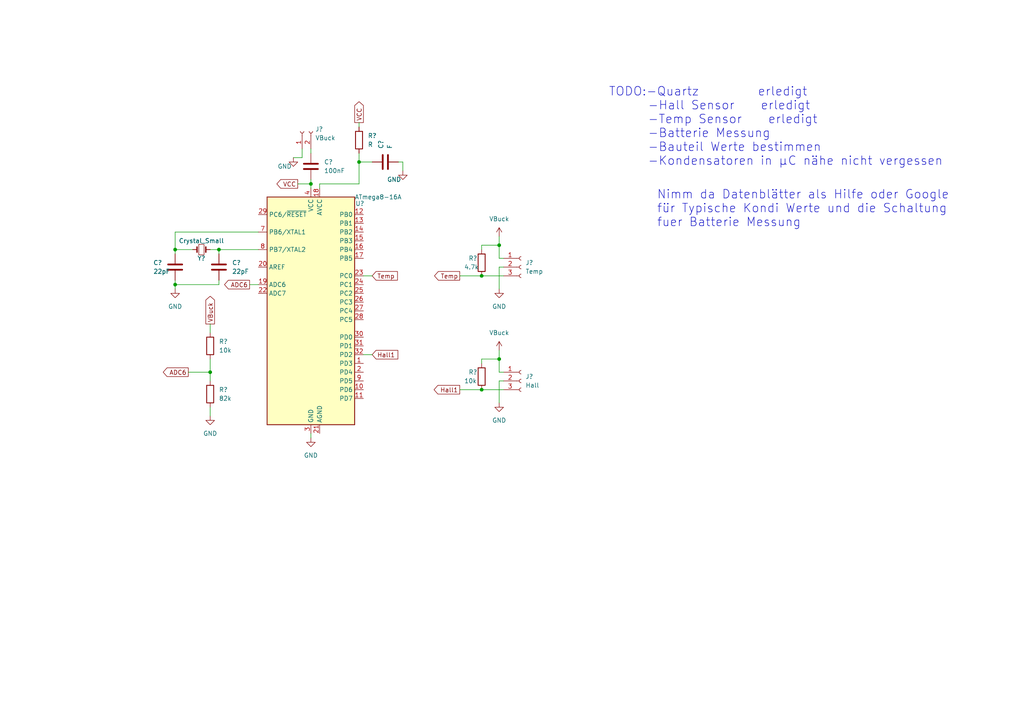
<source format=kicad_sch>
(kicad_sch (version 20211123) (generator eeschema)
  (paper "A4")
  (lib_symbols
    (symbol "Connector:Conn_01x02_Female" (pin_names (offset 1.016) hide)
      (property "Reference" "J" (at 0 2.54 0))
      (property "Value" "Conn_01x02_Female" (at 0 -5.08 0))
      (symbol "Conn_01x02_Female_1_1"
        (arc (start 0 -2.032) (mid -0.508 -2.54) (end 0 -3.048) (stroke (width 0.1524)))
        (polyline (pts (xy -1.27 -2.54) (xy -0.508 -2.54)) (stroke (width 0.1524)))
        (polyline (pts (xy -1.27 0) (xy -0.508 0)) (stroke (width 0.1524)))
        (arc (start 0 0.508) (mid -0.508 0) (end 0 -0.508) (stroke (width 0.1524)))
        (pin passive line (at -5.08 0 0) (length 3.81) (name "Pin_1") (number "1"))
        (pin passive line (at -5.08 -2.54 0) (length 3.81) (name "Pin_2") (number "2"))
      )
    )
    (symbol "Connector:Conn_01x03_Female" (pin_names (offset 1.016) hide)
      (property "Reference" "J" (at 0 5.08 0))
      (property "Value" "Conn_01x03_Female" (at 0 -5.08 0))
      (symbol "Conn_01x03_Female_1_1"
        (arc (start 0 -2.032) (mid -0.508 -2.54) (end 0 -3.048) (stroke (width 0.1524)))
        (polyline (pts (xy -1.27 -2.54) (xy -0.508 -2.54)) (stroke (width 0.1524)))
        (polyline (pts (xy -1.27 0) (xy -0.508 0)) (stroke (width 0.1524)))
        (polyline (pts (xy -1.27 2.54) (xy -0.508 2.54)) (stroke (width 0.1524)))
        (arc (start 0 0.508) (mid -0.508 0) (end 0 -0.508) (stroke (width 0.1524)))
        (arc (start 0 3.048) (mid -0.508 2.54) (end 0 2.032) (stroke (width 0.1524)))
        (pin passive line (at -5.08 2.54 0) (length 3.81) (name "Pin_1") (number "1"))
        (pin passive line (at -5.08 0 0) (length 3.81) (name "Pin_2") (number "2"))
        (pin passive line (at -5.08 -2.54 0) (length 3.81) (name "Pin_3") (number "3"))
      )
    )
    (symbol "Device:C" (pin_numbers hide) (pin_names (offset 0.254))
      (property "Reference" "C" (at 0.635 2.54 0))
      (property "Value" "C" (at 0.635 -2.54 0))
      (symbol "C_0_1"
        (polyline (pts (xy -2.032 -0.762) (xy 2.032 -0.762)) (stroke (width 0.508)))
        (polyline (pts (xy -2.032 0.762) (xy 2.032 0.762)) (stroke (width 0.508)))
      )
      (symbol "C_1_1"
        (pin passive line (at 0 3.81 270) (length 2.794) (name "~") (number "1"))
        (pin passive line (at 0 -3.81 90) (length 2.794) (name "~") (number "2"))
      )
    )
    (symbol "Device:Crystal_Small" (pin_numbers hide) (pin_names (offset 1.016) hide)
      (property "Reference" "Y" (at 0 2.54 0))
      (property "Value" "Crystal_Small" (at 0 -2.54 0))
      (symbol "Crystal_Small_0_1"
        (rectangle (start -0.762 -1.524) (end 0.762 1.524))
        (polyline (pts (xy -1.27 -0.762) (xy -1.27 0.762)) (stroke (width 0.381)))
        (polyline (pts (xy 1.27 -0.762) (xy 1.27 0.762)) (stroke (width 0.381)))
      )
      (symbol "Crystal_Small_1_1"
        (pin passive line (at -2.54 0 0) (length 1.27) (name "1") (number "1"))
        (pin passive line (at 2.54 0 180) (length 1.27) (name "2") (number "2"))
      )
    )
    (symbol "Device:R" (pin_numbers hide) (pin_names (offset 0))
      (property "Reference" "R" (at 2.032 0 90))
      (property "Value" "R" (at 0 0 90))
      (symbol "R_0_1"
        (rectangle (start -1.016 -2.54) (end 1.016 2.54) (stroke (width 0.254)))
      )
      (symbol "R_1_1"
        (pin passive line (at 0 3.81 270) (length 1.27) (name "~") (number "1"))
        (pin passive line (at 0 -3.81 90) (length 1.27) (name "~") (number "2"))
      )
    )
    (symbol "MCU_Microchip_ATmega:ATmega8-16A"
      (property "Reference" "U" (at -12.7 34.29 0))
      (property "Value" "ATmega8-16A" (at 5.08 -34.29 0))
      (symbol "ATmega8-16A_0_1"
        (rectangle (start -12.7 -33.02) (end 12.7 33.02) (stroke (width 0.254)) (fill (type background)))
      )
      (symbol "ATmega8-16A_1_1"
        (pin bidirectional line (at 15.24 -15.24 180) (length 2.54) (name "PD3") (number "1"))
        (pin bidirectional line (at 15.24 -22.86 180) (length 2.54) (name "PD6") (number "10"))
        (pin bidirectional line (at 15.24 -25.4 180) (length 2.54) (name "PD7") (number "11"))
        (pin bidirectional line (at 15.24 27.94 180) (length 2.54) (name "PB0") (number "12"))
        (pin bidirectional line (at 15.24 25.4 180) (length 2.54) (name "PB1") (number "13"))
        (pin bidirectional line (at 15.24 22.86 180) (length 2.54) (name "PB2") (number "14"))
        (pin bidirectional line (at 15.24 20.32 180) (length 2.54) (name "PB3") (number "15"))
        (pin bidirectional line (at 15.24 17.78 180) (length 2.54) (name "PB4") (number "16"))
        (pin bidirectional line (at 15.24 15.24 180) (length 2.54) (name "PB5") (number "17"))
        (pin power_in line (at 2.54 35.56 270) (length 2.54) (name "AVCC") (number "18"))
        (pin input line (at -15.24 7.62 0) (length 2.54) (name "ADC6") (number "19"))
        (pin bidirectional line (at 15.24 -17.78 180) (length 2.54) (name "PD4") (number "2"))
        (pin passive line (at -15.24 12.7 0) (length 2.54) (name "AREF") (number "20"))
        (pin power_in line (at 2.54 -35.56 90) (length 2.54) (name "AGND") (number "21"))
        (pin input line (at -15.24 5.08 0) (length 2.54) (name "ADC7") (number "22"))
        (pin bidirectional line (at 15.24 10.16 180) (length 2.54) (name "PC0") (number "23"))
        (pin bidirectional line (at 15.24 7.62 180) (length 2.54) (name "PC1") (number "24"))
        (pin bidirectional line (at 15.24 5.08 180) (length 2.54) (name "PC2") (number "25"))
        (pin bidirectional line (at 15.24 2.54 180) (length 2.54) (name "PC3") (number "26"))
        (pin bidirectional line (at 15.24 0 180) (length 2.54) (name "PC4") (number "27"))
        (pin bidirectional line (at 15.24 -2.54 180) (length 2.54) (name "PC5") (number "28"))
        (pin bidirectional line (at -15.24 27.94 0) (length 2.54) (name "PC6/~{RESET}") (number "29"))
        (pin power_in line (at 0 -35.56 90) (length 2.54) (name "GND") (number "3"))
        (pin bidirectional line (at 15.24 -7.62 180) (length 2.54) (name "PD0") (number "30"))
        (pin bidirectional line (at 15.24 -10.16 180) (length 2.54) (name "PD1") (number "31"))
        (pin bidirectional line (at 15.24 -12.7 180) (length 2.54) (name "PD2") (number "32"))
        (pin power_in line (at 0 35.56 270) (length 2.54) (name "VCC") (number "4"))
        (pin passive line (at 0 -35.56 90) (length 2.54) hide (name "GND") (number "5"))
        (pin passive line (at 0 35.56 270) (length 2.54) hide (name "VCC") (number "6"))
        (pin bidirectional line (at -15.24 22.86 0) (length 2.54) (name "PB6/XTAL1") (number "7"))
        (pin bidirectional line (at -15.24 17.78 0) (length 2.54) (name "PB7/XTAL2") (number "8"))
        (pin bidirectional line (at 15.24 -20.32 180) (length 2.54) (name "PD5") (number "9"))
      )
    )
    (symbol "VCC_1" (power) (pin_names (offset 0))
      (property "Value" "VCC_1" (at 0 5.08 0))
      (symbol "VCC_1_0_1"
        (polyline (pts (xy -0.762 1.27) (xy 0 2.54)))
        (polyline (pts (xy 0 0) (xy 0 2.54)))
        (polyline (pts (xy 0 2.54) (xy 0.762 1.27)))
      )
      (symbol "VCC_1_1_1"
        (pin power_in line (at 0 0 90) (length 0) hide (name "VBuck") (number "1"))
      )
    )
    (symbol "power:GND" (power) (pin_names (offset 0))
      (property "Value" "GND" (at 0 -3.81 0))
      (symbol "GND_0_1"
        (polyline (pts (xy 0 0) (xy 0 -1.27) (xy 1.27 -1.27) (xy 0 -2.54) (xy -1.27 -1.27) (xy 0 -1.27)))
      )
      (symbol "GND_1_1"
        (pin power_in line (at 0 0 270) (length 0) hide (name "GND") (number "1"))
      )
    )
  )
  (junction (at 50.8 72.39))
  (junction (at 60.96 107.95))
  (junction (at 90.17 53.34))
  (junction (at 144.78 104.14))
  (junction (at 63.5 72.39))
  (junction (at 144.78 71.12))
  (junction (at 50.8 82.55))
  (junction (at 139.7 80.01))
  (junction (at 139.7 113.03))
  (junction (at 104.14 46.99))
  (wire (pts (xy 104.14 44.45) (xy 104.14 46.99)))
  (wire (pts (xy 63.5 72.39) (xy 63.5 73.66)))
  (wire (pts (xy 104.14 35.56) (xy 104.14 36.83)))
  (wire (pts (xy 50.8 82.55) (xy 50.8 83.82)))
  (wire (pts (xy 144.78 104.14) (xy 144.78 107.95)))
  (wire (pts (xy 50.8 72.39) (xy 55.88 72.39)))
  (wire (pts (xy 60.96 104.14) (xy 60.96 107.95)))
  (wire (pts (xy 133.35 113.03) (xy 139.7 113.03)))
  (wire (pts (xy 139.7 71.12) (xy 139.7 72.39)))
  (wire (pts (xy 50.8 81.28) (xy 50.8 82.55)))
  (wire (pts (xy 116.84 46.99) (xy 115.57 46.99)))
  (wire (pts (xy 54.61 107.95) (xy 60.96 107.95)))
  (wire (pts (xy 90.17 53.34) (xy 90.17 54.61)))
  (wire (pts (xy 92.71 54.61) (xy 92.71 53.34)))
  (wire (pts (xy 144.78 68.58) (xy 144.78 71.12)))
  (wire (pts (xy 139.7 104.14) (xy 144.78 104.14)))
  (wire (pts (xy 146.05 77.47) (xy 144.78 77.47)))
  (wire (pts (xy 144.78 110.49) (xy 144.78 116.84)))
  (wire (pts (xy 90.17 52.07) (xy 90.17 53.34)))
  (wire (pts (xy 104.14 46.99) (xy 104.14 53.34)))
  (wire (pts (xy 50.8 72.39) (xy 50.8 73.66)))
  (wire (pts (xy 86.36 53.34) (xy 90.17 53.34)))
  (wire (pts (xy 63.5 81.28) (xy 63.5 82.55)))
  (wire (pts (xy 72.39 82.55) (xy 74.93 82.55)))
  (wire (pts (xy 139.7 104.14) (xy 139.7 105.41)))
  (wire (pts (xy 116.84 49.53) (xy 116.84 46.99)))
  (wire (pts (xy 139.7 71.12) (xy 144.78 71.12)))
  (wire (pts (xy 133.35 80.01) (xy 139.7 80.01)))
  (wire (pts (xy 92.71 53.34) (xy 104.14 53.34)))
  (wire (pts (xy 63.5 72.39) (xy 74.93 72.39)))
  (wire (pts (xy 144.78 74.93) (xy 146.05 74.93)))
  (wire (pts (xy 85.09 45.72) (xy 87.63 45.72)))
  (wire (pts (xy 146.05 110.49) (xy 144.78 110.49)))
  (wire (pts (xy 105.41 80.01) (xy 107.95 80.01)))
  (wire (pts (xy 74.93 67.31) (xy 50.8 67.31)))
  (wire (pts (xy 104.14 46.99) (xy 107.95 46.99)))
  (wire (pts (xy 50.8 67.31) (xy 50.8 72.39)))
  (wire (pts (xy 90.17 125.73) (xy 90.17 127)))
  (wire (pts (xy 144.78 71.12) (xy 144.78 74.93)))
  (wire (pts (xy 144.78 101.6) (xy 144.78 104.14)))
  (wire (pts (xy 60.96 118.11) (xy 60.96 120.65)))
  (wire (pts (xy 50.8 82.55) (xy 63.5 82.55)))
  (wire (pts (xy 144.78 77.47) (xy 144.78 83.82)))
  (wire (pts (xy 60.96 107.95) (xy 60.96 110.49)))
  (wire (pts (xy 87.63 45.72) (xy 87.63 43.18)))
  (wire (pts (xy 146.05 80.01) (xy 139.7 80.01)))
  (wire (pts (xy 146.05 113.03) (xy 139.7 113.03)))
  (wire (pts (xy 144.78 107.95) (xy 146.05 107.95)))
  (wire (pts (xy 60.96 72.39) (xy 63.5 72.39)))
  (wire (pts (xy 90.17 43.18) (xy 90.17 44.45)))
  (wire (pts (xy 60.96 93.98) (xy 60.96 96.52)))
  (wire (pts (xy 105.41 102.87) (xy 107.95 102.87)))
  (text "TODO:-Quartz         erledigt\n	 -Hall Sensor    erledigt\n	 -Temp Sensor    erledigt\n	 -Batterie Messung\n	 -Bauteil Werte bestimmen\n	 -Kondensatoren in µC nähe nicht vergessen" (at 176.53 48.26 0) (effects (font (size 2.5 2.5)) (justify left bottom)))
  (text "Nimm da Datenblätter als Hilfe oder Google\nfür Typische Kondi Werte und die Schaltung\nfuer Batterie Messung" (at 190.5 66.04 0) (effects (font (size 2.5 2.5)) (justify left bottom)))
  (global_label "Hall1" (shape output) (at 133.35 113.03 180) (property "Intersheet References" "${INTERSHEET_REFS}" (effects hide)))
  (global_label "VCC" (shape output) (at 104.14 35.56 90) (property "Intersheet References" "${INTERSHEET_REFS}" (effects hide)))
  (global_label "Hall1" (shape input) (at 107.95 102.87 0) (property "Intersheet References" "${INTERSHEET_REFS}" (effects hide)))
  (global_label "VBuck" (shape output) (at 60.96 93.98 90) (property "Intersheet References" "${INTERSHEET_REFS}" (effects hide)))
  (global_label "ADC6" (shape output) (at 54.61 107.95 180) (property "Intersheet References" "${INTERSHEET_REFS}" (effects hide)))
  (global_label "ADC6" (shape output) (at 72.39 82.55 180) (property "Intersheet References" "${INTERSHEET_REFS}" (effects hide)))
  (global_label "Temp" (shape output) (at 133.35 80.01 180) (property "Intersheet References" "${INTERSHEET_REFS}" (effects hide)))
  (global_label "VCC" (shape output) (at 86.36 53.34 180) (property "Intersheet References" "${INTERSHEET_REFS}" (effects hide)))
  (global_label "Temp" (shape input) (at 107.95 80.01 0) (property "Intersheet References" "${INTERSHEET_REFS}" (effects hide)))
  (symbol (lib_id "Connector:Conn_01x03_Female") (at 151.13 110.49 0) (unit 1)
    (property "Reference" "J?" (at 152.4 109.2199 0) (effects (justify left)))
    (property "Value" "Hall" (at 152.4 111.7599 0) (effects (justify left)))
  )
  (symbol (lib_id "power:GND") (at 144.78 83.82 0) (unit 1)
    (property "Reference" "#PWR?" (effects hide))
    (property "Value" "GND" (at 144.78 88.9 0))
  )
  (symbol (lib_id "power:GND") (at 90.17 127 0) (unit 1)
    (property "Reference" "#PWR?" (effects hide))
    (property "Value" "GND" (at 90.17 132.08 0))
  )
  (symbol (lib_id "Device:R") (at 139.7 109.22 0) (unit 1)
    (property "Reference" "R?" (at 135.89 107.95 0) (effects (justify left)))
    (property "Value" "10k" (at 134.62 110.49 0) (effects (justify left)))
  )
  (symbol (lib_id "Device:R") (at 60.96 114.3 0) (mirror y) (unit 1)
    (property "Reference" "R?" (at 63.5 113.0299 0) (effects (justify right)))
    (property "Value" "82k" (at 63.5 115.5699 0) (effects (justify right)))
  )
  (symbol (lib_id "power:GND") (at 85.09 45.72 0) (unit 1)
    (property "Reference" "#PWR?" (effects hide))
    (property "Value" "GND" (at 82.55 48.26 0))
  )
  (symbol (lib_id "Device:Crystal_Small") (at 58.42 72.39 0) (unit 1)
    (property "Reference" "Y?" (at 58.42 74.93 0))
    (property "Value" "Crystal_Small" (at 58.42 69.85 0))
  )
  (symbol (lib_id "Connector:Conn_01x02_Female") (at 87.63 38.1 90) (unit 1)
    (property "Reference" "J?" (at 91.44 37.4649 90) (effects (justify right)))
    (property "Value" "VBuck" (at 91.44 40.0049 90) (effects (justify right)))
  )
  (symbol (lib_name "VCC_1") (lib_id "power:VCC") (at 144.78 68.58 0) (unit 1)
    (property "Reference" "#PWR?" (effects hide))
    (property "Value" "VBuck" (at 144.78 63.5 0))
  )
  (symbol (lib_id "power:GND") (at 50.8 83.82 0) (unit 1)
    (property "Reference" "#PWR?" (effects hide))
    (property "Value" "GND" (at 50.8 88.9 0))
  )
  (symbol (lib_id "power:GND") (at 60.96 120.65 0) (unit 1)
    (property "Reference" "#PWR?" (effects hide))
    (property "Value" "GND" (at 60.96 125.73 0))
  )
  (symbol (lib_id "Connector:Conn_01x03_Female") (at 151.13 77.47 0) (unit 1)
    (property "Reference" "J?" (at 152.4 76.1999 0) (effects (justify left)))
    (property "Value" "Temp" (at 152.4 78.7399 0) (effects (justify left)))
  )
  (symbol (lib_name "VCC_1") (lib_id "power:VCC") (at 144.78 101.6 0) (unit 1)
    (property "Reference" "#PWR?" (effects hide))
    (property "Value" "VBuck" (at 144.78 96.52 0))
  )
  (symbol (lib_id "Device:R") (at 139.7 76.2 0) (unit 1)
    (property "Reference" "R?" (at 135.89 74.93 0) (effects (justify left)))
    (property "Value" "4.7k" (at 134.62 77.47 0) (effects (justify left)))
  )
  (symbol (lib_id "MCU_Microchip_ATmega:ATmega8-16A") (at 90.17 90.17 0) (unit 1)
    (property "Reference" "U?" (at 103.0594 59.0332 0) (effects (justify left)))
    (property "Value" "ATmega8-16A" (at 102.87 57.15 0) (effects (justify left)))
    (property "Footprint" "Package_QFP:TQFP-32_7x7mm_P0.8mm" (effects hide))
    (property "Datasheet" "http://ww1.microchip.com/downloads/en/DeviceDoc/atmel-2486-8-bit-avr-microcontroller-atmega8_l_datasheet.pdf" (effects hide))
  )
  (symbol (lib_id "power:GND") (at 144.78 116.84 0) (unit 1)
    (property "Reference" "#PWR?" (effects hide))
    (property "Value" "GND" (at 144.78 121.92 0))
  )
  (symbol (lib_id "Device:R") (at 60.96 100.33 0) (unit 1)
    (property "Reference" "R?" (at 63.5 99.0599 0) (effects (justify left)))
    (property "Value" "10k" (at 63.5 101.5999 0) (effects (justify left)))
  )
  (symbol (lib_id "power:GND") (at 116.84 49.53 0) (unit 1)
    (property "Reference" "#PWR?" (effects hide))
    (property "Value" "GND" (at 114.3 52.07 0))
  )
  (symbol (lib_id "Device:R") (at 104.14 40.64 0) (unit 1)
    (property "Reference" "R?" (at 106.68 39.3699 0) (effects (justify left)))
    (property "Value" "R" (at 106.68 41.9099 0) (effects (justify left)))
  )
  (symbol (lib_id "Device:C") (at 111.76 46.99 90) (unit 1)
    (property "Reference" "C?" (at 110.4899 43.18 0) (effects (justify left)))
    (property "Value" "F" (at 113.0299 43.18 0) (effects (justify left)))
  )
  (symbol (lib_id "Device:C") (at 63.5 77.47 0) (unit 1)
    (property "Reference" "C?" (at 67.31 76.1999 0) (effects (justify left)))
    (property "Value" "22pF" (at 67.31 78.7399 0) (effects (justify left)))
  )
  (symbol (lib_id "Device:C") (at 50.8 77.47 0) (unit 1)
    (property "Reference" "C?" (at 44.45 76.2 0) (effects (justify left)))
    (property "Value" "22pF" (at 44.45 78.74 0) (effects (justify left)))
  )
  (symbol (lib_id "Device:C") (at 90.17 48.26 0) (unit 1)
    (property "Reference" "C?" (at 93.98 46.9899 0) (effects (justify left)))
    (property "Value" "100nF" (at 93.98 49.5299 0) (effects (justify left)))
  )
)
</source>
